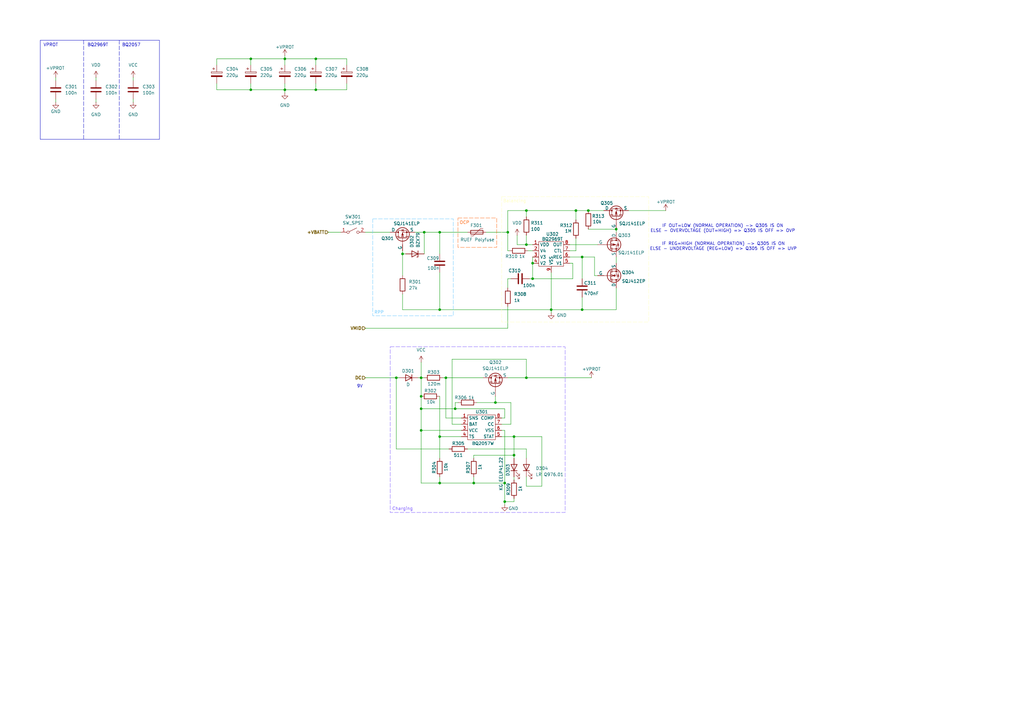
<source format=kicad_sch>
(kicad_sch (version 20250114) (generator "eeschema") (generator_version "9.0")
  (paper "A3")
  (title_block (title "SPROJ3EE ESC & BMS") (date "2025-10-25") (rev "1.0") (company "SDU") (comment 1 "Author: Viktorio Milanov"))
  (lib_symbols
    (symbol "BQ2057_1"
      (property "Reference" "U" (at -4.572 0 0))
      (property "Value" "BQ2057" (at 2.286 0 0))
      (symbol "BQ2057_1_1_1"
        (rectangle (start -5.08 -1.27) (end 6.35 -11.43))
        (pin input line (at -7.62 -2.54 0) (length 2.54) (name "SNS") (number "1"))
        (pin input line (at -7.62 -5.08 0) (length 2.54) (name "BAT") (number "2"))
        (pin input line (at -7.62 -7.62 0) (length 2.54) (name "VCC") (number "3"))
        (pin input line (at -7.62 -10.16 0) (length 2.54) (name "TS") (number "4"))
        (pin input line (at 8.89 -2.54 180) (length 2.54) (name "COMP") (number "8"))
        (pin output line (at 8.89 -5.08 180) (length 2.54) (name "CC") (number "7"))
        (pin passive line (at 8.89 -7.62 180) (length 2.54) (name "VSS") (number "6"))
        (pin output line (at 8.89 -10.16 180) (length 2.54) (name "STAT") (number "5"))
      )
    )
    (symbol "Device:C" (pin_numbers (hide yes)) (pin_names (offset 0.254))
      (property "Reference" "C" (at 0.635 2.54 0))
      (property "Value" "C" (at 0.635 -2.54 0))
      (symbol "C_0_1"
        (polyline (pts (xy -2.032 0.762) (xy 2.032 0.762)) (stroke (width 0.508)))
        (polyline (pts (xy -2.032 -0.762) (xy 2.032 -0.762)) (stroke (width 0.508)))
      )
      (symbol "C_1_1"
        (pin passive line (at 0 3.81 270) (length 2.794) (name "~") (number "1"))
        (pin passive line (at 0 -3.81 90) (length 2.794) (name "~") (number "2"))
      )
    )
    (symbol "Device:C_Polarized" (pin_numbers (hide yes)) (pin_names (offset 0.254))
      (property "Reference" "C" (at 0.635 2.54 0))
      (property "Value" "C_Polarized" (at 0.635 -2.54 0))
      (symbol "C_Polarized_0_1"
        (rectangle (start -2.286 0.508) (end 2.286 1.016))
        (polyline (pts (xy -1.778 2.286) (xy -0.762 2.286)))
        (polyline (pts (xy -1.27 2.794) (xy -1.27 1.778)))
        (rectangle (start 2.286 -0.508) (end -2.286 -1.016) (fill (type outline)))
      )
      (symbol "C_Polarized_1_1"
        (pin passive line (at 0 3.81 270) (length 2.794) (name "~") (number "1"))
        (pin passive line (at 0 -3.81 90) (length 2.794) (name "~") (number "2"))
      )
    )
    (symbol "Device:D" (pin_numbers (hide yes)) (pin_names (offset 1.016) (hide yes))
      (property "Reference" "D" (at 0 2.54 0))
      (property "Value" "D" (at 0 -2.54 0))
      (symbol "D_0_1"
        (polyline (pts (xy -1.27 1.27) (xy -1.27 -1.27)) (stroke (width 0.254)))
        (polyline (pts (xy 1.27 1.27) (xy 1.27 -1.27) (xy -1.27 0) (xy 1.27 1.27)) (stroke (width 0.254)))
        (polyline (pts (xy 1.27 0) (xy -1.27 0)))
      )
      (symbol "D_1_1"
        (pin passive line (at -3.81 0 0) (length 2.54) (name "K") (number "1"))
        (pin passive line (at 3.81 0 180) (length 2.54) (name "A") (number "2"))
      )
    )
    (symbol "Device:LED" (pin_numbers (hide yes)) (pin_names (offset 1.016) (hide yes))
      (property "Reference" "D" (at 0 2.54 0))
      (property "Value" "LED" (at 0 -2.54 0))
      (symbol "LED_0_1"
        (polyline (pts (xy -3.048 -0.762) (xy -4.572 -2.286) (xy -3.81 -2.286) (xy -4.572 -2.286) (xy -4.572 -1.524)))
        (polyline (pts (xy -1.778 -0.762) (xy -3.302 -2.286) (xy -2.54 -2.286) (xy -3.302 -2.286) (xy -3.302 -1.524)))
        (polyline (pts (xy -1.27 0) (xy 1.27 0)))
        (polyline (pts (xy -1.27 -1.27) (xy -1.27 1.27)) (stroke (width 0.254)))
        (polyline (pts (xy 1.27 -1.27) (xy 1.27 1.27) (xy -1.27 0) (xy 1.27 -1.27)) (stroke (width 0.254)))
      )
      (symbol "LED_1_1"
        (pin passive line (at -3.81 0 0) (length 2.54) (name "K") (number "1"))
        (pin passive line (at 3.81 0 180) (length 2.54) (name "A") (number "2"))
      )
    )
    (symbol "Device:Polyfuse" (pin_numbers (hide yes)) (pin_names (offset 0))
      (property "Reference" "F" (at -2.54 0 90))
      (property "Value" "Polyfuse" (at 2.54 0 90))
      (symbol "Polyfuse_0_1"
        (polyline (pts (xy -1.524 2.54) (xy -1.524 1.524) (xy 1.524 -1.524) (xy 1.524 -2.54)))
        (rectangle (start -0.762 2.54) (end 0.762 -2.54) (stroke (width 0.254)))
        (polyline (pts (xy 0 2.54) (xy 0 -2.54)))
      )
      (symbol "Polyfuse_1_1"
        (pin passive line (at 0 3.81 270) (length 1.27) (name "~") (number "1"))
        (pin passive line (at 0 -3.81 90) (length 1.27) (name "~") (number "2"))
      )
    )
    (symbol "Device:R" (pin_numbers (hide yes)) (pin_names (offset 0))
      (property "Reference" "R" (at 2.032 0 90))
      (property "Value" "R" (at 0 0 90))
      (symbol "R_0_1"
        (rectangle (start -1.016 -2.54) (end 1.016 2.54) (stroke (width 0.254)))
      )
      (symbol "R_1_1"
        (pin passive line (at 0 3.81 270) (length 1.27) (name "~") (number "1"))
        (pin passive line (at 0 -3.81 90) (length 1.27) (name "~") (number "2"))
      )
    )
    (symbol "Diode:ZPDxx" (pin_numbers (hide yes)) (pin_names (hide yes))
      (property "Reference" "D" (at 0 2.54 0))
      (property "Value" "ZPDxx" (at 0 -2.54 0))
      (symbol "ZPDxx_0_1"
        (polyline (pts (xy -1.27 -1.27) (xy -1.27 1.27) (xy -0.762 1.27)) (stroke (width 0.254)))
        (polyline (pts (xy 1.27 0) (xy -1.27 0)))
        (polyline (pts (xy 1.27 -1.27) (xy 1.27 1.27) (xy -1.27 0) (xy 1.27 -1.27)) (stroke (width 0.254)))
      )
      (symbol "ZPDxx_1_1"
        (pin passive line (at -3.81 0 0) (length 2.54) (name "K") (number "1"))
        (pin passive line (at 3.81 0 180) (length 2.54) (name "A") (number "2"))
      )
    )
    (symbol "ESC_BMS:BQ2969T"
      (property "Reference" "U" (at -1.778 3.556 0))
      (property "Value" "BQ2969T" (at 6.096 3.81 0))
      (symbol "BQ2969T_1_1"
        (rectangle (start -2.54 2.54) (end 7.62 -7.62))
        (pin passive line (at -5.08 1.27 0) (length 2.54) (name "VDD") (number "1"))
        (pin input line (at -5.08 -1.27 0) (length 2.54) (name "V4") (number "2"))
        (pin input line (at -5.08 -3.81 0) (length 2.54) (name "V3") (number "3"))
        (pin input line (at -5.08 -6.35 0) (length 2.54) (name "V2") (number "4"))
        (pin passive line (at 2.54 -10.16 90) (length 2.54) (name "VSS") (number "9"))
        (pin output line (at 10.16 1.27 180) (length 2.54) (name "OUT") (number "8"))
        (pin input line (at 10.16 -1.27 180) (length 2.54) (name "CTL") (number "7"))
        (pin output line (at 10.16 -3.81 180) (length 2.54) (name "REG") (number "6"))
        (pin input line (at 10.16 -6.35 180) (length 2.54) (name "V1") (number "5"))
      )
    )
    (symbol "Simulation_SPICE:NMOS" (pin_numbers (hide yes)) (pin_names (offset 0))
      (property "Reference" "Q" (at 5.08 1.27 0))
      (property "Value" "NMOS" (at 5.08 -1.27 0))
      (symbol "NMOS_0_1"
        (polyline (pts (xy 0.254 1.905) (xy 0.254 -1.905)) (stroke (width 0.254)))
        (polyline (pts (xy 0.254 0) (xy -2.54 0)))
        (polyline (pts (xy 0.762 2.286) (xy 0.762 1.27)) (stroke (width 0.254)))
        (polyline (pts (xy 0.762 0.508) (xy 0.762 -0.508)) (stroke (width 0.254)))
        (polyline (pts (xy 0.762 -1.27) (xy 0.762 -2.286)) (stroke (width 0.254)))
        (polyline (pts (xy 0.762 -1.778) (xy 3.302 -1.778) (xy 3.302 1.778) (xy 0.762 1.778)))
        (polyline (pts (xy 1.016 0) (xy 2.032 0.381) (xy 2.032 -0.381) (xy 1.016 0)) (fill (type outline)))
        (circle (center 1.651 0) (radius 2.794) (stroke (width 0.254)))
        (polyline (pts (xy 2.54 2.54) (xy 2.54 1.778)))
        (circle (center 2.54 1.778) (radius 0.254) (fill (type outline)))
        (circle (center 2.54 -1.778) (radius 0.254) (fill (type outline)))
        (polyline (pts (xy 2.54 -2.54) (xy 2.54 0) (xy 0.762 0)))
        (polyline (pts (xy 2.794 0.508) (xy 2.921 0.381) (xy 3.683 0.381) (xy 3.81 0.254)))
        (polyline (pts (xy 3.302 0.381) (xy 2.921 -0.254) (xy 3.683 -0.254) (xy 3.302 0.381)))
      )
      (symbol "NMOS_1_1"
        (pin input line (at -5.08 0 0) (length 2.54) (name "G") (number "2"))
        (pin passive line (at 2.54 5.08 270) (length 2.54) (name "D") (number "1"))
        (pin passive line (at 2.54 -5.08 90) (length 2.54) (name "S") (number "3"))
      )
    )
    (symbol "Simulation_SPICE:PMOS" (pin_numbers (hide yes)) (pin_names (offset 0))
      (property "Reference" "Q" (at 5.08 1.27 0))
      (property "Value" "PMOS" (at 5.08 -1.27 0))
      (symbol "PMOS_0_1"
        (polyline (pts (xy 0.254 1.905) (xy 0.254 -1.905)) (stroke (width 0.254)))
        (polyline (pts (xy 0.254 0) (xy -2.54 0)))
        (polyline (pts (xy 0.762 2.286) (xy 0.762 1.27)) (stroke (width 0.254)))
        (polyline (pts (xy 0.762 1.778) (xy 3.302 1.778) (xy 3.302 -1.778) (xy 0.762 -1.778)))
        (polyline (pts (xy 0.762 0.508) (xy 0.762 -0.508)) (stroke (width 0.254)))
        (polyline (pts (xy 0.762 -1.27) (xy 0.762 -2.286)) (stroke (width 0.254)))
        (circle (center 1.651 0) (radius 2.794) (stroke (width 0.254)))
        (polyline (pts (xy 2.286 0) (xy 1.27 0.381) (xy 1.27 -0.381) (xy 2.286 0)) (fill (type outline)))
        (polyline (pts (xy 2.54 2.54) (xy 2.54 1.778)))
        (circle (center 2.54 1.778) (radius 0.254) (fill (type outline)))
        (circle (center 2.54 -1.778) (radius 0.254) (fill (type outline)))
        (polyline (pts (xy 2.54 -2.54) (xy 2.54 0) (xy 0.762 0)))
        (polyline (pts (xy 2.794 -0.508) (xy 2.921 -0.381) (xy 3.683 -0.381) (xy 3.81 -0.254)))
        (polyline (pts (xy 3.302 -0.381) (xy 2.921 0.254) (xy 3.683 0.254) (xy 3.302 -0.381)))
      )
      (symbol "PMOS_1_1"
        (pin input line (at -5.08 0 0) (length 2.54) (name "G") (number "2"))
        (pin passive line (at 2.54 5.08 270) (length 2.54) (name "D") (number "1"))
        (pin passive line (at 2.54 -5.08 90) (length 2.54) (name "S") (number "3"))
      )
    )
    (symbol "Switch:SW_SPST" (pin_names (offset 0) (hide yes))
      (property "Reference" "SW" (at 0 3.175 0))
      (property "Value" "SW_SPST" (at 0 -2.54 0))
      (symbol "SW_SPST_0_0"
        (circle (center -2.032 0) (radius 0.508))
        (polyline (pts (xy -1.524 0.254) (xy 1.524 1.778)))
        (circle (center 2.032 0) (radius 0.508))
      )
      (symbol "SW_SPST_1_1"
        (pin passive line (at -5.08 0 0) (length 2.54) (name "A") (number "1"))
        (pin passive line (at 5.08 0 180) (length 2.54) (name "B") (number "2"))
      )
    )
    (symbol "power:+3.3V" (power) (pin_numbers (hide yes)) (pin_names (offset 0) (hide yes))
      (property "Value" "+3.3V" (at 0 3.556 0))
      (symbol "+3.3V_0_1"
        (polyline (pts (xy -0.762 1.27) (xy 0 2.54)))
        (polyline (pts (xy 0 2.54) (xy 0.762 1.27)))
        (polyline (pts (xy 0 0) (xy 0 2.54)))
      )
      (symbol "+3.3V_1_1"
        (pin power_in line (at 0 0 90) (length 0) (name "~") (number "1"))
      )
    )
    (symbol "power:GND" (power) (pin_numbers (hide yes)) (pin_names (offset 0) (hide yes))
      (property "Value" "GND" (at 0 -3.81 0))
      (symbol "GND_0_1"
        (polyline (pts (xy 0 0) (xy 0 -1.27) (xy 1.27 -1.27) (xy 0 -2.54) (xy -1.27 -1.27) (xy 0 -1.27)))
      )
      (symbol "GND_1_1"
        (pin power_in line (at 0 0 270) (length 0) (name "~") (number "1"))
      )
    )
    (symbol "power:VBUS" (power) (pin_numbers (hide yes)) (pin_names (offset 0) (hide yes))
      (property "Value" "VBUS" (at 0 3.556 0))
      (symbol "VBUS_0_1"
        (polyline (pts (xy -0.762 1.27) (xy 0 2.54)))
        (polyline (pts (xy 0 2.54) (xy 0.762 1.27)))
        (polyline (pts (xy 0 0) (xy 0 2.54)))
      )
      (symbol "VBUS_1_1"
        (pin power_in line (at 0 0 90) (length 0) (name "~") (number "1"))
      )
    )
  )
  (rectangle (start 16.51 16.51) (end 65.405 57.15))
  (rectangle (start 205.74 80.645) (end 266.065 132.08) (stroke (width 0) (type dash) (color 255 255 194 1)))
  (rectangle (start 160.02 142.24) (end 231.775 210.185) (stroke (width 0) (type dash) (color 127 92 255 1)))
  (rectangle (start 187.833 89.408) (end 203.708 101.473) (stroke (width 0) (type dash) (color 255 103 17 1)))
  (rectangle (start 152.908 89.789) (end 185.928 129.54) (stroke (width 0) (type dash) (color 102 198 255 1)))
  (text "9V" (at 147.574 158.496 0) (effects (font (size 1.27 1.27))))
  (text "IF OUT=LOW (NORMAL OPERATION) -> Q305 IS ON\nELSE - OVERVOLTAGE (OUT=HIGH) => Q305 IS OFF => OVP" (at 296.418 93.726 0) (effects (font (size 1.27 1.27))))
  (text "IF REG=HIGH (NORMAL OPERATION) -> Q305 IS ON\nELSE - UNDERVOLTAGE (REG=LOW) => Q305 IS OFF => UVP" (at 296.672 101.092 0) (effects (font (size 1.27 1.27))))
  (text "Charging" (at 165.1 208.788 0) (effects (font (size 1.27 1.27))))
  (text "VPROT" (at 20.828 18.542 0) (effects (font (size 1.27 1.27))))
  (text "OCP" (at 190.5 91.44 0) (effects (font (size 1.27 1.27))))
  (text "BQ2057" (at 53.848 18.542 0) (effects (font (size 1.27 1.27))))
  (text "BQ2969T" (at 40.132 18.542 0) (effects (font (size 1.27 1.27))))
  (text "Balancing" (at 211.074 82.55 0) (effects (font (size 1.27 1.27))))
  (text "RPP" (at 155.448 128.27 0) (effects (font (size 1.27 1.27))))
  (junction (at 194.31 198.12))
  (junction (at 207.01 205.74))
  (junction (at 215.9 100.33))
  (junction (at 207.01 198.12))
  (junction (at 172.72 154.94))
  (junction (at 129.54 36.83))
  (junction (at 129.54 24.13))
  (junction (at 180.34 198.12))
  (junction (at 172.72 176.53))
  (junction (at 208.28 95.25))
  (junction (at 236.22 86.36))
  (junction (at 180.34 179.07))
  (junction (at 252.73 93.98))
  (junction (at 172.72 167.64))
  (junction (at 182.88 154.94))
  (junction (at 173.99 95.25))
  (junction (at 238.76 127))
  (junction (at 215.9 154.94))
  (junction (at 165.1 104.14))
  (junction (at 186.69 167.64))
  (junction (at 218.44 114.3))
  (junction (at 241.3 86.36))
  (junction (at 238.76 105.41))
  (junction (at 210.82 179.07))
  (junction (at 102.87 36.83))
  (junction (at 102.87 24.13))
  (junction (at 180.34 127))
  (junction (at 210.82 186.69))
  (junction (at 116.84 24.13))
  (junction (at 116.84 36.83))
  (junction (at 162.56 154.94))
  (junction (at 203.2 165.1))
  (junction (at 215.9 86.36))
  (junction (at 180.34 95.25))
  (junction (at 218.44 107.95))
  (junction (at 226.06 127))
  (junction (at 172.72 162.56))
  (wire (pts (xy 172.72 167.64) (xy 186.69 167.64)))
  (wire (pts (xy 218.44 107.95) (xy 218.44 114.3)))
  (wire (pts (xy 234.95 114.3) (xy 218.44 114.3)))
  (wire (pts (xy 207.01 205.74) (xy 210.82 205.74)))
  (wire (pts (xy 129.54 24.13) (xy 129.54 26.67)))
  (wire (pts (xy 222.25 199.39) (xy 222.25 179.07)))
  (wire (pts (xy 252.73 93.98) (xy 252.73 95.25)))
  (wire (pts (xy 203.2 165.1) (xy 203.2 162.56)))
  (wire (pts (xy 215.9 86.36) (xy 236.22 86.36)))
  (wire (pts (xy 209.55 173.99) (xy 209.55 165.1)))
  (wire (pts (xy 162.56 154.94) (xy 163.83 154.94)))
  (wire (pts (xy 182.88 154.94) (xy 198.12 154.94)))
  (wire (pts (xy 172.72 154.94) (xy 172.72 162.56)))
  (wire (pts (xy 172.72 148.59) (xy 172.72 154.94)))
  (wire (pts (xy 149.86 95.25) (xy 160.02 95.25)))
  (wire (pts (xy 165.1 104.14) (xy 165.1 113.03)))
  (wire (pts (xy 129.54 36.83) (xy 142.24 36.83)))
  (wire (pts (xy 172.72 176.53) (xy 172.72 198.12)))
  (wire (pts (xy 241.3 93.98) (xy 252.73 93.98)))
  (wire (pts (xy 189.23 173.99) (xy 185.42 173.99)))
  (wire (pts (xy 173.99 104.14) (xy 173.99 95.25)))
  (wire (pts (xy 116.84 24.13) (xy 116.84 26.67)))
  (wire (pts (xy 22.86 40.64) (xy 22.86 41.91)))
  (wire (pts (xy 208.28 95.25) (xy 208.28 102.87)))
  (wire (pts (xy 102.87 34.29) (xy 102.87 36.83)))
  (polyline (pts (xy 48.895 16.51) (xy 48.895 57.15)) (stroke (width 0) (type dash)))
  (wire (pts (xy 234.95 107.95) (xy 234.95 114.3)))
  (wire (pts (xy 212.09 100.33) (xy 215.9 100.33)))
  (wire (pts (xy 226.06 127) (xy 226.06 128.27)))
  (wire (pts (xy 116.84 34.29) (xy 116.84 36.83)))
  (wire (pts (xy 218.44 105.41) (xy 218.44 107.95)))
  (wire (pts (xy 102.87 36.83) (xy 116.84 36.83)))
  (wire (pts (xy 116.84 22.86) (xy 116.84 24.13)))
  (wire (pts (xy 180.34 179.07) (xy 189.23 179.07)))
  (wire (pts (xy 207.01 171.45) (xy 205.74 171.45)))
  (wire (pts (xy 208.28 125.73) (xy 208.28 134.62)))
  (wire (pts (xy 180.34 198.12) (xy 194.31 198.12)))
  (wire (pts (xy 205.74 173.99) (xy 209.55 173.99)))
  (wire (pts (xy 215.9 86.36) (xy 215.9 88.9)))
  (wire (pts (xy 186.69 165.1) (xy 186.69 167.64)))
  (wire (pts (xy 209.55 114.3) (xy 208.28 114.3)))
  (wire (pts (xy 208.28 86.36) (xy 215.9 86.36)))
  (wire (pts (xy 208.28 102.87) (xy 208.915 102.87)))
  (wire (pts (xy 182.88 171.45) (xy 189.23 171.45)))
  (wire (pts (xy 208.28 114.3) (xy 208.28 118.11)))
  (wire (pts (xy 236.22 97.79) (xy 236.22 102.87)))
  (wire (pts (xy 149.86 134.62) (xy 208.28 134.62)))
  (wire (pts (xy 180.34 179.07) (xy 180.34 187.96)))
  (wire (pts (xy 203.2 165.1) (xy 209.55 165.1)))
  (wire (pts (xy 238.76 105.41) (xy 243.84 105.41)))
  (wire (pts (xy 238.76 105.41) (xy 238.76 114.3)))
  (wire (pts (xy 180.34 127) (xy 226.06 127)))
  (wire (pts (xy 172.72 154.94) (xy 173.99 154.94)))
  (wire (pts (xy 205.74 179.07) (xy 210.82 179.07)))
  (wire (pts (xy 172.72 198.12) (xy 180.34 198.12)))
  (wire (pts (xy 236.22 90.17) (xy 236.22 86.36)))
  (wire (pts (xy 210.82 195.58) (xy 210.82 196.85)))
  (wire (pts (xy 215.9 147.32) (xy 215.9 154.94)))
  (wire (pts (xy 238.76 127) (xy 252.73 127)))
  (wire (pts (xy 172.72 162.56) (xy 172.72 167.64)))
  (wire (pts (xy 173.99 95.25) (xy 180.34 95.25)))
  (wire (pts (xy 210.82 186.69) (xy 194.31 186.69)))
  (wire (pts (xy 165.1 127) (xy 180.34 127)))
  (wire (pts (xy 54.61 31.75) (xy 54.61 33.02)))
  (wire (pts (xy 185.42 173.99) (xy 185.42 147.32)))
  (wire (pts (xy 233.68 105.41) (xy 238.76 105.41)))
  (wire (pts (xy 207.01 176.53) (xy 205.74 176.53)))
  (wire (pts (xy 88.9 34.29) (xy 88.9 36.83)))
  (wire (pts (xy 215.9 96.52) (xy 215.9 100.33)))
  (wire (pts (xy 207.01 205.74) (xy 207.01 207.01)))
  (wire (pts (xy 182.88 154.94) (xy 182.88 171.45)))
  (wire (pts (xy 194.31 186.69) (xy 194.31 187.96)))
  (wire (pts (xy 116.84 36.83) (xy 116.84 38.1)))
  (wire (pts (xy 180.34 195.58) (xy 180.34 198.12)))
  (wire (pts (xy 234.95 107.95) (xy 233.68 107.95)))
  (wire (pts (xy 191.77 184.15) (xy 215.9 184.15)))
  (wire (pts (xy 195.58 165.1) (xy 203.2 165.1)))
  (wire (pts (xy 116.84 24.13) (xy 129.54 24.13)))
  (wire (pts (xy 180.34 95.25) (xy 180.34 104.14)))
  (wire (pts (xy 162.56 154.94) (xy 162.56 184.15)))
  (wire (pts (xy 149.86 154.94) (xy 162.56 154.94)))
  (wire (pts (xy 215.9 154.94) (xy 242.57 154.94)))
  (wire (pts (xy 142.24 36.83) (xy 142.24 34.29)))
  (wire (pts (xy 186.69 165.1) (xy 187.96 165.1)))
  (wire (pts (xy 88.9 26.67) (xy 88.9 24.13)))
  (wire (pts (xy 226.06 111.76) (xy 226.06 127)))
  (wire (pts (xy 129.54 24.13) (xy 142.24 24.13)))
  (wire (pts (xy 207.01 176.53) (xy 207.01 198.12)))
  (wire (pts (xy 236.22 86.36) (xy 241.3 86.36)))
  (wire (pts (xy 116.84 36.83) (xy 129.54 36.83)))
  (wire (pts (xy 241.3 86.36) (xy 247.65 86.36)))
  (wire (pts (xy 233.68 100.33) (xy 245.11 100.33)))
  (wire (pts (xy 165.1 120.65) (xy 165.1 127)))
  (wire (pts (xy 252.73 118.11) (xy 252.73 127)))
  (wire (pts (xy 185.42 147.32) (xy 215.9 147.32)))
  (wire (pts (xy 210.82 205.74) (xy 210.82 204.47)))
  (wire (pts (xy 180.34 179.07) (xy 180.34 162.56)))
  (wire (pts (xy 218.44 100.33) (xy 215.9 100.33)))
  (wire (pts (xy 39.37 40.64) (xy 39.37 41.91)))
  (wire (pts (xy 236.22 102.87) (xy 233.68 102.87)))
  (wire (pts (xy 134.62 95.25) (xy 139.7 95.25)))
  (wire (pts (xy 212.09 96.52) (xy 212.09 100.33)))
  (wire (pts (xy 207.01 167.64) (xy 207.01 171.45)))
  (wire (pts (xy 215.9 184.15) (xy 215.9 187.96)))
  (wire (pts (xy 207.01 198.12) (xy 207.01 205.74)))
  (wire (pts (xy 102.87 24.13) (xy 102.87 26.67)))
  (polyline (pts (xy 34.29 16.51) (xy 34.29 57.15)) (stroke (width 0) (type dash)))
  (wire (pts (xy 102.87 24.13) (xy 116.84 24.13)))
  (wire (pts (xy 88.9 24.13) (xy 102.87 24.13)))
  (wire (pts (xy 180.34 95.25) (xy 191.77 95.25)))
  (wire (pts (xy 88.9 36.83) (xy 102.87 36.83)))
  (wire (pts (xy 226.06 127) (xy 238.76 127)))
  (wire (pts (xy 22.86 31.75) (xy 22.86 33.02)))
  (wire (pts (xy 215.9 195.58) (xy 215.9 199.39)))
  (wire (pts (xy 142.24 24.13) (xy 142.24 26.67)))
  (wire (pts (xy 171.45 154.94) (xy 172.72 154.94)))
  (wire (pts (xy 172.72 167.64) (xy 172.72 176.53)))
  (wire (pts (xy 165.1 104.14) (xy 166.37 104.14)))
  (wire (pts (xy 217.17 114.3) (xy 218.44 114.3)))
  (wire (pts (xy 216.535 102.87) (xy 218.44 102.87)))
  (wire (pts (xy 172.72 176.53) (xy 189.23 176.53)))
  (wire (pts (xy 194.31 198.12) (xy 207.01 198.12)))
  (wire (pts (xy 199.39 95.25) (xy 208.28 95.25)))
  (wire (pts (xy 243.84 105.41) (xy 243.84 113.03)))
  (wire (pts (xy 238.76 121.92) (xy 238.76 127)))
  (wire (pts (xy 39.37 31.75) (xy 39.37 33.02)))
  (wire (pts (xy 257.81 86.36) (xy 273.05 86.36)))
  (wire (pts (xy 54.61 40.64) (xy 54.61 41.91)))
  (wire (pts (xy 210.82 179.07) (xy 210.82 186.69)))
  (wire (pts (xy 181.61 154.94) (xy 182.88 154.94)))
  (wire (pts (xy 210.82 186.69) (xy 210.82 187.96)))
  (wire (pts (xy 215.9 199.39) (xy 222.25 199.39)))
  (wire (pts (xy 243.84 113.03) (xy 245.11 113.03)))
  (wire (pts (xy 252.73 105.41) (xy 252.73 107.95)))
  (wire (pts (xy 129.54 34.29) (xy 129.54 36.83)))
  (wire (pts (xy 194.31 195.58) (xy 194.31 198.12)))
  (wire (pts (xy 180.34 111.76) (xy 180.34 127)))
  (wire (pts (xy 165.1 102.87) (xy 165.1 104.14)))
  (wire (pts (xy 208.28 154.94) (xy 215.9 154.94)))
  (wire (pts (xy 162.56 184.15) (xy 184.15 184.15)))
  (wire (pts (xy 170.18 95.25) (xy 173.99 95.25)))
  (wire (pts (xy 186.69 167.64) (xy 207.01 167.64)))
  (wire (pts (xy 222.25 179.07) (xy 210.82 179.07)))
  (wire (pts (xy 208.28 95.25) (xy 208.28 86.36)))
  (hierarchical_label "+VBATT" (shape input) (at 134.62 95.25 180) (effects (font (thickness 0.254) (bold yes))))
  (hierarchical_label "VMID" (shape input) (at 149.86 134.62 180) (effects (font (thickness 0.254) (bold yes))))
  (hierarchical_label "DC" (shape input) (at 149.86 154.94 180) (effects (font (thickness 0.254) (bold yes))))
  (symbol (lib_id "power:+3.3V") (at 212.09 96.52 0) (unit 1)
    (property "Reference" "#PWR0311" (effects (hide yes)))
    (property "Value" "VDD" (at 212.09 91.44 0))
    (property "Description" "Power symbol creates a global label with name \"+3.3V\"" (effects (hide yes)))
  )
  (symbol (lib_id "power:GND") (at 116.84 38.1 0) (unit 1)
    (property "Reference" "#PWR0308" (effects (hide yes)))
    (property "Value" "GND" (at 116.84 43.18 0))
    (property "Description" "Power symbol creates a global label with name \"GND\" , ground" (effects (hide yes)))
  )
  (symbol (lib_id "Device:C_Polarized") (at 88.9 30.48 0) (unit 1)
    (property "Reference" "C304" (at 92.71 28.3209 0) (effects (justify left)))
    (property "Value" "220µ" (at 92.71 30.8609 0) (effects (justify left)))
    (property "Footprint" "Capacitor_SMD:CP_Elec_6.3x5.9" (effects (hide yes)))
    (property "Datasheet" "https://docs.rs-online.com/b803/A700000013358061.pdf" (effects (hide yes)))
    (property "Description" "EEHZV1E221P, Panasonic 220μF Polymerkondensator 25V" (effects (hide yes)))
  )
  (symbol (lib_id "power:GND") (at 54.61 41.91 0) (unit 1)
    (property "Reference" "#PWR0306" (effects (hide yes)))
    (property "Value" "GND" (at 54.61 46.99 0))
    (property "Description" "Power symbol creates a global label with name \"GND\" , ground" (effects (hide yes)))
  )
  (symbol (lib_id "power:+3.3V") (at 172.72 148.59 0) (unit 1)
    (property "Reference" "#PWR0309" (effects (hide yes)))
    (property "Value" "VCC" (at 172.72 143.51 0))
    (property "Description" "Power symbol creates a global label with name \"+3.3V\"" (effects (hide yes)))
  )
  (symbol (lib_id "Device:C_Polarized") (at 142.24 30.48 0) (unit 1)
    (property "Reference" "C308" (at 146.05 28.3209 0) (effects (justify left)))
    (property "Value" "220µ" (at 146.05 30.8609 0) (effects (justify left)))
    (property "Footprint" "Capacitor_SMD:CP_Elec_6.3x5.9" (effects (hide yes)))
    (property "Datasheet" "https://docs.rs-online.com/b803/A700000013358061.pdf" (effects (hide yes)))
    (property "Description" "EEHZV1E221P, Panasonic 220μF Polymerkondensator 25V" (effects (hide yes)))
  )
  (symbol (lib_id "Device:R") (at 210.82 200.66 180) (unit 1)
    (property "Reference" "R309" (at 208.534 200.66 90))
    (property "Value" "1k" (at 213.36 200.406 90))
    (property "Description" "Resistor" (effects (hide yes)))
  )
  (symbol (lib_id "Simulation_SPICE:PMOS") (at 252.73 88.9 90) (unit 1)
    (property "Reference" "Q305" (at 251.46 83.312 90) (effects (justify left)))
    (property "Value" "SQJ141ELP" (at 264.668 91.694 90) (effects (justify left)))
    (property "Footprint" "Package_SO:PowerPAK_SO-8L_Single" (effects (hide yes)))
    (property "Datasheet" "https://docs.rs-online.com/afb1/A700000014240545.pdf" (effects (hide yes)))
    (property "Description" "P-MOSFET transistor, drain/source/gate" (effects (hide yes)))
    (property "Sim.Device" "PMOS" (effects (hide yes)))
    (property "Sim.Type" "VDMOS" (effects (hide yes)))
    (property "Sim.Pins" "1=D 2=G 3=S" (effects (hide yes)))
  )
  (symbol (lib_id "Device:Polyfuse") (at 195.58 95.25 90) (unit 1)
    (property "Reference" "F301" (at 195.326 92.456 90))
    (property "Value" "RUEF Polyfuse" (at 195.834 98.298 90))
    (property "Footprint" "Resistor_THT:R_Axial_DIN0207_L6.3mm_D2.5mm_P10.16mm_Horizontal" (effects (hide yes)))
    (property "Datasheet" "https://docs.rs-online.com/0cae/A700000008327810.pdf" (effects (hide yes)))
    (property "Description" "Resettable fuse, polymeric positive temperature coefficient" (effects (hide yes)))
  )
  (symbol (lib_id "Switch:SW_SPST") (at 144.78 95.25 0) (unit 1)
    (property "Reference" "SW301" (at 144.78 88.9 0))
    (property "Value" "SW_SPST" (at 144.78 91.44 0))
    (property "Description" "Single Pole Single Throw (SPST) switch" (effects (hide yes)))
  )
  (symbol (lib_id "power:GND") (at 207.01 207.01 0) (unit 1)
    (property "Reference" "#PWR0310" (effects (hide yes)))
    (property "Value" "GND" (at 210.566 208.534 0))
    (property "Description" "Power symbol creates a global label with name \"GND\" , ground" (effects (hide yes)))
  )
  (symbol (lib_id "power:+3.3V") (at 54.61 31.75 0) (unit 1)
    (property "Reference" "#PWR0305" (effects (hide yes)))
    (property "Value" "VCC" (at 54.61 26.67 0))
    (property "Description" "Power symbol creates a global label with name \"+3.3V\"" (effects (hide yes)))
  )
  (symbol (lib_id "power:VBUS") (at 116.84 22.86 0) (unit 1)
    (property "Reference" "#PWR0307" (effects (hide yes)))
    (property "Value" "+VPROT" (at 116.84 19.304 0))
    (property "Description" "Power symbol creates a global label with name \"VBUS\"" (effects (hide yes)))
  )
  (symbol (lib_id "power:+3.3V") (at 22.86 31.75 0) (unit 1)
    (property "Reference" "#PWR0301" (effects (hide yes)))
    (property "Value" "+VPROT" (at 18.796 27.94 0) (effects (justify left)))
    (property "Description" "Power symbol creates a global label with name \"+3.3V\"" (effects (hide yes)))
  )
  (symbol (lib_id "Device:C") (at 22.86 36.83 0) (unit 1)
    (property "Reference" "C301" (at 26.67 35.5599 0) (effects (justify left)))
    (property "Value" "100n" (at 26.67 38.0999 0) (effects (justify left)))
    (property "Footprint" "Capacitor_SMD:C_0603_1608Metric" (effects (hide yes)))
    (property "Description" "Unpolarized capacitor" (effects (hide yes)))
  )
  (symbol (lib_id "Device:C_Polarized") (at 116.84 30.48 0) (unit 1)
    (property "Reference" "C306" (at 120.65 28.3209 0) (effects (justify left)))
    (property "Value" "220µ" (at 120.65 30.8609 0) (effects (justify left)))
    (property "Footprint" "Capacitor_SMD:CP_Elec_6.3x5.9" (effects (hide yes)))
    (property "Datasheet" "https://docs.rs-online.com/b803/A700000013358061.pdf" (effects (hide yes)))
    (property "Description" "EEHZV1E221P, Panasonic 220μF Polymerkondensator 25V" (effects (hide yes)))
  )
  (symbol (lib_id "Device:R") (at 194.31 191.77 180) (unit 1)
    (property "Reference" "R307" (at 192.024 191.77 90))
    (property "Value" "1k" (at 196.85 191.516 90))
    (property "Description" "Resistor" (effects (hide yes)))
  )
  (symbol (lib_id "Device:LED") (at 215.9 191.77 90) (unit 1)
    (property "Reference" "D304" (at 219.71 192.0874 90) (effects (justify right)))
    (property "Value" "LR Q976.01" (at 219.71 194.6274 90) (effects (justify right)))
    (property "Footprint" "https://docs.rs-online.com/01aa/A700000010723894.pdf" (effects (hide yes)))
    (property "Description" "Light emitting diode" (effects (hide yes)))
    (property "Sim.Pins" "1=K 2=A" (effects (hide yes)))
  )
  (symbol (lib_id "power:GND") (at 39.37 41.91 0) (unit 1)
    (property "Reference" "#PWR0304" (effects (hide yes)))
    (property "Value" "GND" (at 39.37 46.99 0))
    (property "Description" "Power symbol creates a global label with name \"GND\" , ground" (effects (hide yes)))
  )
  (symbol (lib_id "Device:R") (at 241.3 90.17 0) (unit 1)
    (property "Reference" "R313" (at 242.824 88.646 0) (effects (justify left)))
    (property "Value" "10k" (at 243.078 90.932 0) (effects (justify left)))
    (property "Footprint" "Resistor_SMD:R_0603_1608Metric" (effects (hide yes)))
    (property "Description" "Resistor" (effects (hide yes)))
  )
  (symbol (lib_id "Device:R") (at 177.8 154.94 90) (unit 1)
    (property "Reference" "R303" (at 177.8 152.654 90))
    (property "Value" "120m" (at 178.054 157.48 90))
    (property "Footprint" "Resistor_SMD:R_0805_2012Metric_Pad1.20x1.40mm_HandSolder" (effects (hide yes)))
    (property "Datasheet" "https://www.susumu.co.jp/common/pdf/n_catalog_partition08_en.pdf" (effects (hide yes)))
    (property "Description" "RL1220S-R12-F" (effects (hide yes)))
  )
  (symbol (lib_id "Device:R") (at 165.1 116.84 0) (unit 1)
    (property "Reference" "R301" (at 167.64 115.5699 0) (effects (justify left)))
    (property "Value" "27k" (at 167.64 118.1099 0) (effects (justify left)))
    (property "Footprint" "Resistor_SMD:R_0603_1608Metric" (effects (hide yes)))
    (property "Description" "Resistor" (effects (hide yes)))
  )
  (symbol (lib_id "Device:C_Polarized") (at 129.54 30.48 0) (unit 1)
    (property "Reference" "C307" (at 133.35 28.3209 0) (effects (justify left)))
    (property "Value" "220µ" (at 133.35 30.8609 0) (effects (justify left)))
    (property "Footprint" "Capacitor_SMD:CP_Elec_6.3x5.9" (effects (hide yes)))
    (property "Datasheet" "https://docs.rs-online.com/b803/A700000013358061.pdf" (effects (hide yes)))
    (property "Description" "EEHZV1E221P, Panasonic 220μF Polymerkondensator 25V" (effects (hide yes)))
  )
  (symbol (lib_id "Device:C") (at 180.34 107.95 0) (unit 1)
    (property "Reference" "C309" (at 175.006 105.918 0) (effects (justify left)))
    (property "Value" "100n" (at 175.26 109.982 0) (effects (justify left)))
    (property "Footprint" "Capacitor_SMD:C_0603_1608Metric" (effects (hide yes)))
    (property "Description" "Unpolarized capacitor" (effects (hide yes)))
  )
  (symbol (lib_id "power:GND") (at 22.86 41.91 0) (unit 1)
    (property "Reference" "#PWR0302" (effects (hide yes)))
    (property "Value" "GND" (at 22.86 45.72 0))
    (property "Description" "Power symbol creates a global label with name \"GND\" , ground" (effects (hide yes)))
  )
  (symbol (lib_id "Device:C") (at 213.36 114.3 90) (unit 1)
    (property "Reference" "C310" (at 213.614 110.998 90) (effects (justify left)))
    (property "Value" "100n" (at 219.456 117.094 90) (effects (justify left)))
    (property "Footprint" "Capacitor_SMD:C_0603_1608Metric" (effects (hide yes)))
    (property "Description" "Unpolarized capacitor" (effects (hide yes)))
  )
  (symbol (lib_id "Device:LED") (at 210.82 191.77 90) (unit 1)
    (property "Reference" "D303" (at 208.28 190.246 0) (effects (justify right)))
    (property "Value" "KG EELP41.22" (at 205.486 187.452 0) (effects (justify right)))
    (property "Footprint" "https://docs.rs-online.com/e1fe/A700000013302439.pdf" (effects (hide yes)))
    (property "Description" "Light emitting diode" (effects (hide yes)))
    (property "Sim.Pins" "1=K 2=A" (effects (hide yes)))
  )
  (symbol (lib_id "Device:R") (at 180.34 191.77 180) (unit 1)
    (property "Reference" "R304" (at 178.054 191.77 90))
    (property "Value" "10k" (at 182.88 191.516 90))
    (property "Footprint" "Resistor_SMD:R_0603_1608Metric" (effects (hide yes)))
    (property "Description" "Resistor" (effects (hide yes)))
  )
  (symbol (lib_id "Simulation_SPICE:PMOS") (at 203.2 157.48 90) (unit 1)
    (property "Reference" "Q302" (at 203.2 148.59 90))
    (property "Value" "SQJ141ELP" (at 203.2 151.13 90))
    (property "Footprint" "Package_SO:PowerPAK_SO-8L_Single" (effects (hide yes)))
    (property "Datasheet" "https://docs.rs-online.com/afb1/A700000014240545.pdf" (effects (hide yes)))
    (property "Description" "P-MOSFET transistor, drain/source/gate" (effects (hide yes)))
    (property "Sim.Device" "PMOS" (effects (hide yes)))
    (property "Sim.Type" "VDMOS" (effects (hide yes)))
    (property "Sim.Pins" "1=D 2=G 3=S" (effects (hide yes)))
  )
  (symbol (lib_id "Device:R") (at 176.53 162.56 270) (unit 1)
    (property "Reference" "R302" (at 176.53 160.274 90))
    (property "Value" "10k" (at 176.784 164.846 90))
    (property "Footprint" "Resistor_SMD:R_0603_1608Metric" (effects (hide yes)))
    (property "Description" "Resistor" (effects (hide yes)))
  )
  (symbol (lib_id "Diode:ZPDxx") (at 170.18 104.14 180) (unit 1)
    (property "Reference" "D302" (at 168.9099 101.6 90) (effects (justify right)))
    (property "Value" "BZX79" (at 171.4499 101.6 90) (effects (justify right)))
    (property "Footprint" "Diode_THT:D_DO-35_SOD27_P10.16mm_Horizontal" (effects (hide yes)))
    (property "Datasheet" "http://diotec.com/tl_files/diotec/files/pdf/datasheets/zpd1" (effects (hide yes)))
    (property "Description" "500mW Zener Diode, DO-35" (effects (hide yes)))
  )
  (symbol (lib_id "Device:R") (at 208.28 121.92 0) (unit 1)
    (property "Reference" "R308" (at 210.82 120.6499 0) (effects (justify left)))
    (property "Value" "1k" (at 210.82 123.1899 0) (effects (justify left)))
    (property "Description" "Resistor" (effects (hide yes)))
  )
  (symbol (lib_id "Simulation_SPICE:PMOS") (at 165.1 97.79 90) (unit 1)
    (property "Reference" "Q301" (at 161.544 97.79 90) (effects (justify left)))
    (property "Value" "SQJ141ELP" (at 172.212 91.694 90) (effects (justify left)))
    (property "Footprint" "Package_SO:PowerPAK_SO-8L_Single" (effects (hide yes)))
    (property "Datasheet" "https://docs.rs-online.com/afb1/A700000014240545.pdf" (effects (hide yes)))
    (property "Description" "P-MOSFET transistor, drain/source/gate" (effects (hide yes)))
    (property "Sim.Device" "PMOS" (effects (hide yes)))
    (property "Sim.Type" "VDMOS" (effects (hide yes)))
    (property "Sim.Pins" "1=D 2=G 3=S" (effects (hide yes)))
  )
  (symbol (lib_id "power:+3.3V") (at 39.37 31.75 0) (unit 1)
    (property "Reference" "#PWR0303" (effects (hide yes)))
    (property "Value" "VDD" (at 39.37 26.67 0))
    (property "Description" "Power symbol creates a global label with name \"+3.3V\"" (effects (hide yes)))
  )
  (symbol (lib_id "Simulation_SPICE:NMOS") (at 250.19 113.03 0) (mirror x) (unit 1)
    (property "Reference" "Q304" (at 255.016 111.76 0) (effects (justify left)))
    (property "Value" "SQJ412EP" (at 255.016 115.316 0) (effects (justify left)))
    (property "Footprint" "Package_SO:PowerPAK_SO-8L_Single" (effects (hide yes)))
    (property "Datasheet" "https://docs.rs-online.com/d57a/0900766b8126cf34.pdf" (effects (hide yes)))
    (property "Description" "N-MOSFET transistor, drain/source/gate" (effects (hide yes)))
    (property "Sim.Device" "NMOS" (effects (hide yes)))
    (property "Sim.Type" "VDMOS" (effects (hide yes)))
    (property "Sim.Pins" "1=D 2=G 3=S" (effects (hide yes)))
  )
  (symbol (lib_id "power:GND") (at 226.06 128.27 0) (unit 1)
    (property "Reference" "#PWR0312" (effects (hide yes)))
    (property "Value" "GND" (at 230.378 129.286 0))
    (property "Description" "Power symbol creates a global label with name \"GND\" , ground" (effects (hide yes)))
  )
  (symbol (lib_id "Device:R") (at 236.22 93.98 0) (unit 1)
    (property "Reference" "R312" (at 229.616 92.456 0) (effects (justify left)))
    (property "Value" "1M" (at 231.648 94.742 0) (effects (justify left)))
    (property "Description" "Resistor" (effects (hide yes)))
  )
  (symbol (lib_id "Device:C") (at 238.76 118.11 0) (unit 1)
    (property "Reference" "C311" (at 239.522 116.078 0) (effects (justify left)))
    (property "Value" "470nF" (at 239.522 120.396 0) (effects (justify left)))
    (property "Footprint" "Capacitor_SMD:C_1206_3216Metric_Pad1.33x1.80mm_HandSolder" (effects (hide yes)))
    (property "Datasheet" "https://docs.rs-online.com/efb0/0900766b815e27fe.pdf" (effects (hide yes)))
    (property "Description" "Unpolarized capacitor" (effects (hide yes)))
  )
  (symbol (lib_id "Device:C_Polarized") (at 102.87 30.48 0) (unit 1)
    (property "Reference" "C305" (at 106.68 28.3209 0) (effects (justify left)))
    (property "Value" "220µ" (at 106.68 30.8609 0) (effects (justify left)))
    (property "Footprint" "Capacitor_SMD:CP_Elec_6.3x5.9" (effects (hide yes)))
    (property "Datasheet" "https://docs.rs-online.com/b803/A700000013358061.pdf" (effects (hide yes)))
    (property "Description" "EEHZV1E221P, Panasonic 220μF Polymerkondensator 25V" (effects (hide yes)))
  )
  (symbol (lib_id "ESC_BMS:BQ2969T") (at 223.52 101.6 0) (unit 1)
    (property "Reference" "U302" (at 226.568 96.012 0))
    (property "Value" "BQ2969T" (at 226.568 98.044 0))
    (property "Datasheet" "https://www.ti.com/lit/ds/symlink/bq2969t.pdf?ts=1762072854801" (effects (hide yes)))
    (property "Description" "BQ296xxx Overvoltage Protection for 2-Series, 3-Series, and 4-Series Cell Li-Ion Batteries with Regulated Output Supply" (effects (hide yes)))
  )
  (symbol (lib_name "BQ2057_1") (lib_id "ESC_BMS:BQ2057") (at 196.85 168.91 0) (unit 1)
    (property "Reference" "U301" (at 197.612 168.91 0))
    (property "Value" "BQ2057W" (at 198.12 181.864 0))
    (property "Footprint" "Package_SO:SOIC-8_5.3x5.3mm_P1.27mm" (effects (hide yes)))
    (property "Datasheet" "https://www.ti.com/lit/ds/symlink/bq2057w.pdf?ts=1762246557291" (effects (hide yes)))
    (property "Description" "Advanced Linear Charge Management ICs for Single- and Two-Cell Lithium-Ion and Lithium-Polymer" (effects (hide yes)))
  )
  (symbol (lib_id "Device:R") (at 187.96 184.15 90) (unit 1)
    (property "Reference" "R305" (at 187.96 181.864 90))
    (property "Value" "511" (at 187.96 186.69 90))
    (property "Description" "Resistor" (effects (hide yes)))
  )
  (symbol (lib_id "power:VBUS") (at 273.05 86.36 0) (unit 1)
    (property "Reference" "#PWR0314" (effects (hide yes)))
    (property "Value" "+VPROT" (at 273.05 82.804 0))
    (property "Description" "Power symbol creates a global label with name \"VBUS\"" (effects (hide yes)))
  )
  (symbol (lib_id "Device:R") (at 212.725 102.87 270) (unit 1)
    (property "Reference" "R310" (at 209.804 105.156 90))
    (property "Value" "1k" (at 214.122 105.156 90))
    (property "Description" "Resistor" (effects (hide yes)))
  )
  (symbol (lib_id "Device:R") (at 215.9 92.71 0) (unit 1)
    (property "Reference" "R311" (at 217.678 91.44 0) (effects (justify left)))
    (property "Value" "100" (at 217.678 93.98 0) (effects (justify left)))
    (property "Description" "Resistor" (effects (hide yes)))
  )
  (symbol (lib_id "Device:C") (at 39.37 36.83 0) (unit 1)
    (property "Reference" "C302" (at 43.18 35.5599 0) (effects (justify left)))
    (property "Value" "100n" (at 43.18 38.0999 0) (effects (justify left)))
    (property "Footprint" "Capacitor_SMD:C_0805_2012Metric_Pad1.18x1.45mm_HandSolder" (effects (hide yes)))
    (property "Description" "Unpolarized capacitor" (effects (hide yes)))
  )
  (symbol (lib_id "power:VBUS") (at 242.57 154.94 0) (unit 1)
    (property "Reference" "#PWR0313" (effects (hide yes)))
    (property "Value" "+VPROT" (at 242.57 151.384 0))
    (property "Description" "Power symbol creates a global label with name \"VBUS\"" (effects (hide yes)))
  )
  (symbol (lib_id "Device:R") (at 191.77 165.1 90) (unit 1)
    (property "Reference" "R306" (at 188.976 163.068 90))
    (property "Value" "1k" (at 193.294 163.068 90))
    (property "Description" "Resistor" (effects (hide yes)))
  )
  (symbol (lib_id "Simulation_SPICE:PMOS") (at 250.19 100.33 0) (unit 1)
    (property "Reference" "Q303" (at 253.492 96.52 0) (effects (justify left)))
    (property "Value" "SQJ141ELP" (at 253.492 103.632 0) (effects (justify left)))
    (property "Footprint" "Package_SO:PowerPAK_SO-8L_Single" (effects (hide yes)))
    (property "Datasheet" "https://docs.rs-online.com/afb1/A700000014240545.pdf" (effects (hide yes)))
    (property "Description" "P-MOSFET transistor, drain/source/gate" (effects (hide yes)))
    (property "Sim.Device" "PMOS" (effects (hide yes)))
    (property "Sim.Type" "VDMOS" (effects (hide yes)))
    (property "Sim.Pins" "1=D 2=G 3=S" (effects (hide yes)))
  )
  (symbol (lib_id "Device:D") (at 167.64 154.94 180) (unit 1)
    (property "Reference" "D301" (at 167.386 152.146 0))
    (property "Value" "D" (at 167.386 157.734 0))
    (property "Footprint" "Diode_SMD:Vishay_SMPA" (effects (hide yes)))
    (property "Description" "Diode" (effects (hide yes)))
    (property "Sim.Device" "D" (effects (hide yes)))
    (property "Sim.Pins" "1=K 2=A" (effects (hide yes)))
  )
  (symbol (lib_id "Device:C") (at 54.61 36.83 0) (unit 1)
    (property "Reference" "C303" (at 58.42 35.5599 0) (effects (justify left)))
    (property "Value" "100n" (at 58.42 38.0999 0) (effects (justify left)))
    (property "Footprint" "Capacitor_SMD:C_0805_2012Metric_Pad1.18x1.45mm_HandSolder" (effects (hide yes)))
    (property "Description" "Unpolarized capacitor" (effects (hide yes)))
  )
)
</source>
